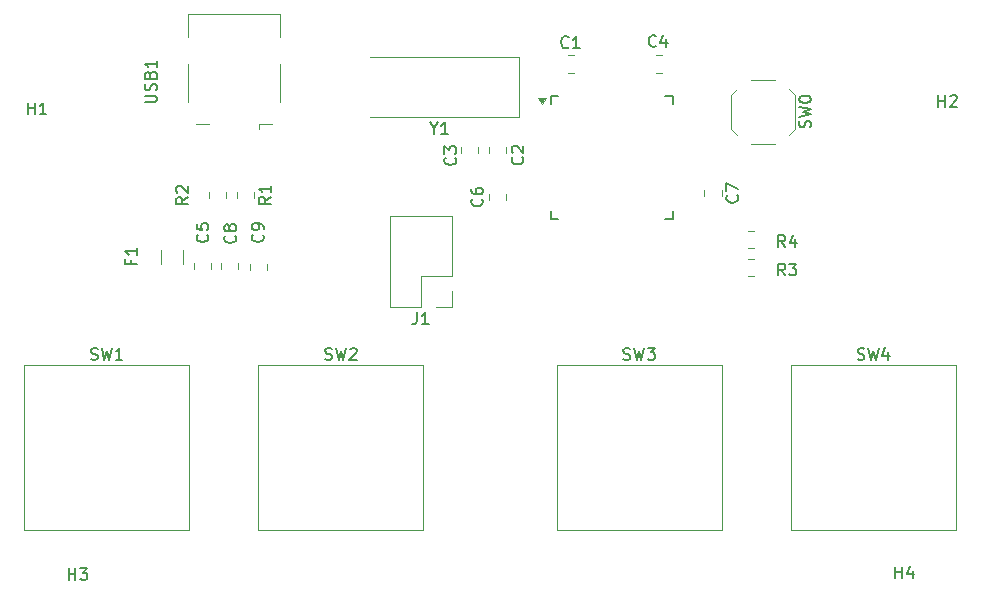
<source format=gbr>
%TF.GenerationSoftware,KiCad,Pcbnew,8.0.6*%
%TF.CreationDate,2025-02-27T22:11:00+05:30*%
%TF.ProjectId,muse-dash-pcb,6d757365-2d64-4617-9368-2d7063622e6b,rev?*%
%TF.SameCoordinates,Original*%
%TF.FileFunction,Legend,Top*%
%TF.FilePolarity,Positive*%
%FSLAX46Y46*%
G04 Gerber Fmt 4.6, Leading zero omitted, Abs format (unit mm)*
G04 Created by KiCad (PCBNEW 8.0.6) date 2025-02-27 22:11:00*
%MOMM*%
%LPD*%
G01*
G04 APERTURE LIST*
%ADD10C,0.150000*%
%ADD11C,0.120000*%
G04 APERTURE END LIST*
D10*
X220178333Y-74495819D02*
X219845000Y-74019628D01*
X219606905Y-74495819D02*
X219606905Y-73495819D01*
X219606905Y-73495819D02*
X219987857Y-73495819D01*
X219987857Y-73495819D02*
X220083095Y-73543438D01*
X220083095Y-73543438D02*
X220130714Y-73591057D01*
X220130714Y-73591057D02*
X220178333Y-73686295D01*
X220178333Y-73686295D02*
X220178333Y-73829152D01*
X220178333Y-73829152D02*
X220130714Y-73924390D01*
X220130714Y-73924390D02*
X220083095Y-73972009D01*
X220083095Y-73972009D02*
X219987857Y-74019628D01*
X219987857Y-74019628D02*
X219606905Y-74019628D01*
X220511667Y-73495819D02*
X221130714Y-73495819D01*
X221130714Y-73495819D02*
X220797381Y-73876771D01*
X220797381Y-73876771D02*
X220940238Y-73876771D01*
X220940238Y-73876771D02*
X221035476Y-73924390D01*
X221035476Y-73924390D02*
X221083095Y-73972009D01*
X221083095Y-73972009D02*
X221130714Y-74067247D01*
X221130714Y-74067247D02*
X221130714Y-74305342D01*
X221130714Y-74305342D02*
X221083095Y-74400580D01*
X221083095Y-74400580D02*
X221035476Y-74448200D01*
X221035476Y-74448200D02*
X220940238Y-74495819D01*
X220940238Y-74495819D02*
X220654524Y-74495819D01*
X220654524Y-74495819D02*
X220559286Y-74448200D01*
X220559286Y-74448200D02*
X220511667Y-74400580D01*
X161385417Y-81591950D02*
X161528274Y-81639569D01*
X161528274Y-81639569D02*
X161766369Y-81639569D01*
X161766369Y-81639569D02*
X161861607Y-81591950D01*
X161861607Y-81591950D02*
X161909226Y-81544330D01*
X161909226Y-81544330D02*
X161956845Y-81449092D01*
X161956845Y-81449092D02*
X161956845Y-81353854D01*
X161956845Y-81353854D02*
X161909226Y-81258616D01*
X161909226Y-81258616D02*
X161861607Y-81210997D01*
X161861607Y-81210997D02*
X161766369Y-81163378D01*
X161766369Y-81163378D02*
X161575893Y-81115759D01*
X161575893Y-81115759D02*
X161480655Y-81068140D01*
X161480655Y-81068140D02*
X161433036Y-81020521D01*
X161433036Y-81020521D02*
X161385417Y-80925283D01*
X161385417Y-80925283D02*
X161385417Y-80830045D01*
X161385417Y-80830045D02*
X161433036Y-80734807D01*
X161433036Y-80734807D02*
X161480655Y-80687188D01*
X161480655Y-80687188D02*
X161575893Y-80639569D01*
X161575893Y-80639569D02*
X161813988Y-80639569D01*
X161813988Y-80639569D02*
X161956845Y-80687188D01*
X162290179Y-80639569D02*
X162528274Y-81639569D01*
X162528274Y-81639569D02*
X162718750Y-80925283D01*
X162718750Y-80925283D02*
X162909226Y-81639569D01*
X162909226Y-81639569D02*
X163147322Y-80639569D01*
X164052083Y-81639569D02*
X163480655Y-81639569D01*
X163766369Y-81639569D02*
X163766369Y-80639569D01*
X163766369Y-80639569D02*
X163671131Y-80782426D01*
X163671131Y-80782426D02*
X163575893Y-80877664D01*
X163575893Y-80877664D02*
X163480655Y-80925283D01*
X194492080Y-68022916D02*
X194539700Y-68070535D01*
X194539700Y-68070535D02*
X194587319Y-68213392D01*
X194587319Y-68213392D02*
X194587319Y-68308630D01*
X194587319Y-68308630D02*
X194539700Y-68451487D01*
X194539700Y-68451487D02*
X194444461Y-68546725D01*
X194444461Y-68546725D02*
X194349223Y-68594344D01*
X194349223Y-68594344D02*
X194158747Y-68641963D01*
X194158747Y-68641963D02*
X194015890Y-68641963D01*
X194015890Y-68641963D02*
X193825414Y-68594344D01*
X193825414Y-68594344D02*
X193730176Y-68546725D01*
X193730176Y-68546725D02*
X193634938Y-68451487D01*
X193634938Y-68451487D02*
X193587319Y-68308630D01*
X193587319Y-68308630D02*
X193587319Y-68213392D01*
X193587319Y-68213392D02*
X193634938Y-68070535D01*
X193634938Y-68070535D02*
X193682557Y-68022916D01*
X193587319Y-67165773D02*
X193587319Y-67356249D01*
X193587319Y-67356249D02*
X193634938Y-67451487D01*
X193634938Y-67451487D02*
X193682557Y-67499106D01*
X193682557Y-67499106D02*
X193825414Y-67594344D01*
X193825414Y-67594344D02*
X194015890Y-67641963D01*
X194015890Y-67641963D02*
X194396842Y-67641963D01*
X194396842Y-67641963D02*
X194492080Y-67594344D01*
X194492080Y-67594344D02*
X194539700Y-67546725D01*
X194539700Y-67546725D02*
X194587319Y-67451487D01*
X194587319Y-67451487D02*
X194587319Y-67261011D01*
X194587319Y-67261011D02*
X194539700Y-67165773D01*
X194539700Y-67165773D02*
X194492080Y-67118154D01*
X194492080Y-67118154D02*
X194396842Y-67070535D01*
X194396842Y-67070535D02*
X194158747Y-67070535D01*
X194158747Y-67070535D02*
X194063509Y-67118154D01*
X194063509Y-67118154D02*
X194015890Y-67165773D01*
X194015890Y-67165773D02*
X193968271Y-67261011D01*
X193968271Y-67261011D02*
X193968271Y-67451487D01*
X193968271Y-67451487D02*
X194015890Y-67546725D01*
X194015890Y-67546725D02*
X194063509Y-67594344D01*
X194063509Y-67594344D02*
X194158747Y-67641963D01*
X192231180Y-64530266D02*
X192278800Y-64577885D01*
X192278800Y-64577885D02*
X192326419Y-64720742D01*
X192326419Y-64720742D02*
X192326419Y-64815980D01*
X192326419Y-64815980D02*
X192278800Y-64958837D01*
X192278800Y-64958837D02*
X192183561Y-65054075D01*
X192183561Y-65054075D02*
X192088323Y-65101694D01*
X192088323Y-65101694D02*
X191897847Y-65149313D01*
X191897847Y-65149313D02*
X191754990Y-65149313D01*
X191754990Y-65149313D02*
X191564514Y-65101694D01*
X191564514Y-65101694D02*
X191469276Y-65054075D01*
X191469276Y-65054075D02*
X191374038Y-64958837D01*
X191374038Y-64958837D02*
X191326419Y-64815980D01*
X191326419Y-64815980D02*
X191326419Y-64720742D01*
X191326419Y-64720742D02*
X191374038Y-64577885D01*
X191374038Y-64577885D02*
X191421657Y-64530266D01*
X191326419Y-64196932D02*
X191326419Y-63577885D01*
X191326419Y-63577885D02*
X191707371Y-63911218D01*
X191707371Y-63911218D02*
X191707371Y-63768361D01*
X191707371Y-63768361D02*
X191754990Y-63673123D01*
X191754990Y-63673123D02*
X191802609Y-63625504D01*
X191802609Y-63625504D02*
X191897847Y-63577885D01*
X191897847Y-63577885D02*
X192135942Y-63577885D01*
X192135942Y-63577885D02*
X192231180Y-63625504D01*
X192231180Y-63625504D02*
X192278800Y-63673123D01*
X192278800Y-63673123D02*
X192326419Y-63768361D01*
X192326419Y-63768361D02*
X192326419Y-64054075D01*
X192326419Y-64054075D02*
X192278800Y-64149313D01*
X192278800Y-64149313D02*
X192231180Y-64196932D01*
X175924380Y-71032666D02*
X175972000Y-71080285D01*
X175972000Y-71080285D02*
X176019619Y-71223142D01*
X176019619Y-71223142D02*
X176019619Y-71318380D01*
X176019619Y-71318380D02*
X175972000Y-71461237D01*
X175972000Y-71461237D02*
X175876761Y-71556475D01*
X175876761Y-71556475D02*
X175781523Y-71604094D01*
X175781523Y-71604094D02*
X175591047Y-71651713D01*
X175591047Y-71651713D02*
X175448190Y-71651713D01*
X175448190Y-71651713D02*
X175257714Y-71604094D01*
X175257714Y-71604094D02*
X175162476Y-71556475D01*
X175162476Y-71556475D02*
X175067238Y-71461237D01*
X175067238Y-71461237D02*
X175019619Y-71318380D01*
X175019619Y-71318380D02*
X175019619Y-71223142D01*
X175019619Y-71223142D02*
X175067238Y-71080285D01*
X175067238Y-71080285D02*
X175114857Y-71032666D01*
X176019619Y-70556475D02*
X176019619Y-70365999D01*
X176019619Y-70365999D02*
X175972000Y-70270761D01*
X175972000Y-70270761D02*
X175924380Y-70223142D01*
X175924380Y-70223142D02*
X175781523Y-70127904D01*
X175781523Y-70127904D02*
X175591047Y-70080285D01*
X175591047Y-70080285D02*
X175210095Y-70080285D01*
X175210095Y-70080285D02*
X175114857Y-70127904D01*
X175114857Y-70127904D02*
X175067238Y-70175523D01*
X175067238Y-70175523D02*
X175019619Y-70270761D01*
X175019619Y-70270761D02*
X175019619Y-70461237D01*
X175019619Y-70461237D02*
X175067238Y-70556475D01*
X175067238Y-70556475D02*
X175114857Y-70604094D01*
X175114857Y-70604094D02*
X175210095Y-70651713D01*
X175210095Y-70651713D02*
X175448190Y-70651713D01*
X175448190Y-70651713D02*
X175543428Y-70604094D01*
X175543428Y-70604094D02*
X175591047Y-70556475D01*
X175591047Y-70556475D02*
X175638666Y-70461237D01*
X175638666Y-70461237D02*
X175638666Y-70270761D01*
X175638666Y-70270761D02*
X175591047Y-70175523D01*
X175591047Y-70175523D02*
X175543428Y-70127904D01*
X175543428Y-70127904D02*
X175448190Y-70080285D01*
X197920780Y-64479466D02*
X197968400Y-64527085D01*
X197968400Y-64527085D02*
X198016019Y-64669942D01*
X198016019Y-64669942D02*
X198016019Y-64765180D01*
X198016019Y-64765180D02*
X197968400Y-64908037D01*
X197968400Y-64908037D02*
X197873161Y-65003275D01*
X197873161Y-65003275D02*
X197777923Y-65050894D01*
X197777923Y-65050894D02*
X197587447Y-65098513D01*
X197587447Y-65098513D02*
X197444590Y-65098513D01*
X197444590Y-65098513D02*
X197254114Y-65050894D01*
X197254114Y-65050894D02*
X197158876Y-65003275D01*
X197158876Y-65003275D02*
X197063638Y-64908037D01*
X197063638Y-64908037D02*
X197016019Y-64765180D01*
X197016019Y-64765180D02*
X197016019Y-64669942D01*
X197016019Y-64669942D02*
X197063638Y-64527085D01*
X197063638Y-64527085D02*
X197111257Y-64479466D01*
X197111257Y-64098513D02*
X197063638Y-64050894D01*
X197063638Y-64050894D02*
X197016019Y-63955656D01*
X197016019Y-63955656D02*
X197016019Y-63717561D01*
X197016019Y-63717561D02*
X197063638Y-63622323D01*
X197063638Y-63622323D02*
X197111257Y-63574704D01*
X197111257Y-63574704D02*
X197206495Y-63527085D01*
X197206495Y-63527085D02*
X197301733Y-63527085D01*
X197301733Y-63527085D02*
X197444590Y-63574704D01*
X197444590Y-63574704D02*
X198016019Y-64146132D01*
X198016019Y-64146132D02*
X198016019Y-63527085D01*
X156049095Y-60864819D02*
X156049095Y-59864819D01*
X156049095Y-60341009D02*
X156620523Y-60341009D01*
X156620523Y-60864819D02*
X156620523Y-59864819D01*
X157620523Y-60864819D02*
X157049095Y-60864819D01*
X157334809Y-60864819D02*
X157334809Y-59864819D01*
X157334809Y-59864819D02*
X157239571Y-60007676D01*
X157239571Y-60007676D02*
X157144333Y-60102914D01*
X157144333Y-60102914D02*
X157049095Y-60150533D01*
X169618819Y-67857666D02*
X169142628Y-68190999D01*
X169618819Y-68429094D02*
X168618819Y-68429094D01*
X168618819Y-68429094D02*
X168618819Y-68048142D01*
X168618819Y-68048142D02*
X168666438Y-67952904D01*
X168666438Y-67952904D02*
X168714057Y-67905285D01*
X168714057Y-67905285D02*
X168809295Y-67857666D01*
X168809295Y-67857666D02*
X168952152Y-67857666D01*
X168952152Y-67857666D02*
X169047390Y-67905285D01*
X169047390Y-67905285D02*
X169095009Y-67952904D01*
X169095009Y-67952904D02*
X169142628Y-68048142D01*
X169142628Y-68048142D02*
X169142628Y-68429094D01*
X168714057Y-67476713D02*
X168666438Y-67429094D01*
X168666438Y-67429094D02*
X168618819Y-67333856D01*
X168618819Y-67333856D02*
X168618819Y-67095761D01*
X168618819Y-67095761D02*
X168666438Y-67000523D01*
X168666438Y-67000523D02*
X168714057Y-66952904D01*
X168714057Y-66952904D02*
X168809295Y-66905285D01*
X168809295Y-66905285D02*
X168904533Y-66905285D01*
X168904533Y-66905285D02*
X169047390Y-66952904D01*
X169047390Y-66952904D02*
X169618819Y-67524332D01*
X169618819Y-67524332D02*
X169618819Y-66905285D01*
X233138095Y-60229819D02*
X233138095Y-59229819D01*
X233138095Y-59706009D02*
X233709523Y-59706009D01*
X233709523Y-60229819D02*
X233709523Y-59229819D01*
X234138095Y-59325057D02*
X234185714Y-59277438D01*
X234185714Y-59277438D02*
X234280952Y-59229819D01*
X234280952Y-59229819D02*
X234519047Y-59229819D01*
X234519047Y-59229819D02*
X234614285Y-59277438D01*
X234614285Y-59277438D02*
X234661904Y-59325057D01*
X234661904Y-59325057D02*
X234709523Y-59420295D01*
X234709523Y-59420295D02*
X234709523Y-59515533D01*
X234709523Y-59515533D02*
X234661904Y-59658390D01*
X234661904Y-59658390D02*
X234090476Y-60229819D01*
X234090476Y-60229819D02*
X234709523Y-60229819D01*
X176602819Y-67841666D02*
X176126628Y-68174999D01*
X176602819Y-68413094D02*
X175602819Y-68413094D01*
X175602819Y-68413094D02*
X175602819Y-68032142D01*
X175602819Y-68032142D02*
X175650438Y-67936904D01*
X175650438Y-67936904D02*
X175698057Y-67889285D01*
X175698057Y-67889285D02*
X175793295Y-67841666D01*
X175793295Y-67841666D02*
X175936152Y-67841666D01*
X175936152Y-67841666D02*
X176031390Y-67889285D01*
X176031390Y-67889285D02*
X176079009Y-67936904D01*
X176079009Y-67936904D02*
X176126628Y-68032142D01*
X176126628Y-68032142D02*
X176126628Y-68413094D01*
X176602819Y-66889285D02*
X176602819Y-67460713D01*
X176602819Y-67174999D02*
X175602819Y-67174999D01*
X175602819Y-67174999D02*
X175745676Y-67270237D01*
X175745676Y-67270237D02*
X175840914Y-67365475D01*
X175840914Y-67365475D02*
X175888533Y-67460713D01*
X190430209Y-62050228D02*
X190430209Y-62526419D01*
X190096876Y-61526419D02*
X190430209Y-62050228D01*
X190430209Y-62050228D02*
X190763542Y-61526419D01*
X191620685Y-62526419D02*
X191049257Y-62526419D01*
X191334971Y-62526419D02*
X191334971Y-61526419D01*
X191334971Y-61526419D02*
X191239733Y-61669276D01*
X191239733Y-61669276D02*
X191144495Y-61764514D01*
X191144495Y-61764514D02*
X191049257Y-61812133D01*
X216108330Y-67710416D02*
X216155950Y-67758035D01*
X216155950Y-67758035D02*
X216203569Y-67900892D01*
X216203569Y-67900892D02*
X216203569Y-67996130D01*
X216203569Y-67996130D02*
X216155950Y-68138987D01*
X216155950Y-68138987D02*
X216060711Y-68234225D01*
X216060711Y-68234225D02*
X215965473Y-68281844D01*
X215965473Y-68281844D02*
X215774997Y-68329463D01*
X215774997Y-68329463D02*
X215632140Y-68329463D01*
X215632140Y-68329463D02*
X215441664Y-68281844D01*
X215441664Y-68281844D02*
X215346426Y-68234225D01*
X215346426Y-68234225D02*
X215251188Y-68138987D01*
X215251188Y-68138987D02*
X215203569Y-67996130D01*
X215203569Y-67996130D02*
X215203569Y-67900892D01*
X215203569Y-67900892D02*
X215251188Y-67758035D01*
X215251188Y-67758035D02*
X215298807Y-67710416D01*
X215203569Y-67377082D02*
X215203569Y-66710416D01*
X215203569Y-66710416D02*
X216203569Y-67138987D01*
X173587580Y-71134266D02*
X173635200Y-71181885D01*
X173635200Y-71181885D02*
X173682819Y-71324742D01*
X173682819Y-71324742D02*
X173682819Y-71419980D01*
X173682819Y-71419980D02*
X173635200Y-71562837D01*
X173635200Y-71562837D02*
X173539961Y-71658075D01*
X173539961Y-71658075D02*
X173444723Y-71705694D01*
X173444723Y-71705694D02*
X173254247Y-71753313D01*
X173254247Y-71753313D02*
X173111390Y-71753313D01*
X173111390Y-71753313D02*
X172920914Y-71705694D01*
X172920914Y-71705694D02*
X172825676Y-71658075D01*
X172825676Y-71658075D02*
X172730438Y-71562837D01*
X172730438Y-71562837D02*
X172682819Y-71419980D01*
X172682819Y-71419980D02*
X172682819Y-71324742D01*
X172682819Y-71324742D02*
X172730438Y-71181885D01*
X172730438Y-71181885D02*
X172778057Y-71134266D01*
X173111390Y-70562837D02*
X173063771Y-70658075D01*
X173063771Y-70658075D02*
X173016152Y-70705694D01*
X173016152Y-70705694D02*
X172920914Y-70753313D01*
X172920914Y-70753313D02*
X172873295Y-70753313D01*
X172873295Y-70753313D02*
X172778057Y-70705694D01*
X172778057Y-70705694D02*
X172730438Y-70658075D01*
X172730438Y-70658075D02*
X172682819Y-70562837D01*
X172682819Y-70562837D02*
X172682819Y-70372361D01*
X172682819Y-70372361D02*
X172730438Y-70277123D01*
X172730438Y-70277123D02*
X172778057Y-70229504D01*
X172778057Y-70229504D02*
X172873295Y-70181885D01*
X172873295Y-70181885D02*
X172920914Y-70181885D01*
X172920914Y-70181885D02*
X173016152Y-70229504D01*
X173016152Y-70229504D02*
X173063771Y-70277123D01*
X173063771Y-70277123D02*
X173111390Y-70372361D01*
X173111390Y-70372361D02*
X173111390Y-70562837D01*
X173111390Y-70562837D02*
X173159009Y-70658075D01*
X173159009Y-70658075D02*
X173206628Y-70705694D01*
X173206628Y-70705694D02*
X173301866Y-70753313D01*
X173301866Y-70753313D02*
X173492342Y-70753313D01*
X173492342Y-70753313D02*
X173587580Y-70705694D01*
X173587580Y-70705694D02*
X173635200Y-70658075D01*
X173635200Y-70658075D02*
X173682819Y-70562837D01*
X173682819Y-70562837D02*
X173682819Y-70372361D01*
X173682819Y-70372361D02*
X173635200Y-70277123D01*
X173635200Y-70277123D02*
X173587580Y-70229504D01*
X173587580Y-70229504D02*
X173492342Y-70181885D01*
X173492342Y-70181885D02*
X173301866Y-70181885D01*
X173301866Y-70181885D02*
X173206628Y-70229504D01*
X173206628Y-70229504D02*
X173159009Y-70277123D01*
X173159009Y-70277123D02*
X173111390Y-70372361D01*
X159512095Y-100276819D02*
X159512095Y-99276819D01*
X159512095Y-99753009D02*
X160083523Y-99753009D01*
X160083523Y-100276819D02*
X160083523Y-99276819D01*
X160464476Y-99276819D02*
X161083523Y-99276819D01*
X161083523Y-99276819D02*
X160750190Y-99657771D01*
X160750190Y-99657771D02*
X160893047Y-99657771D01*
X160893047Y-99657771D02*
X160988285Y-99705390D01*
X160988285Y-99705390D02*
X161035904Y-99753009D01*
X161035904Y-99753009D02*
X161083523Y-99848247D01*
X161083523Y-99848247D02*
X161083523Y-100086342D01*
X161083523Y-100086342D02*
X161035904Y-100181580D01*
X161035904Y-100181580D02*
X160988285Y-100229200D01*
X160988285Y-100229200D02*
X160893047Y-100276819D01*
X160893047Y-100276819D02*
X160607333Y-100276819D01*
X160607333Y-100276819D02*
X160512095Y-100229200D01*
X160512095Y-100229200D02*
X160464476Y-100181580D01*
X201833333Y-55159580D02*
X201785714Y-55207200D01*
X201785714Y-55207200D02*
X201642857Y-55254819D01*
X201642857Y-55254819D02*
X201547619Y-55254819D01*
X201547619Y-55254819D02*
X201404762Y-55207200D01*
X201404762Y-55207200D02*
X201309524Y-55111961D01*
X201309524Y-55111961D02*
X201261905Y-55016723D01*
X201261905Y-55016723D02*
X201214286Y-54826247D01*
X201214286Y-54826247D02*
X201214286Y-54683390D01*
X201214286Y-54683390D02*
X201261905Y-54492914D01*
X201261905Y-54492914D02*
X201309524Y-54397676D01*
X201309524Y-54397676D02*
X201404762Y-54302438D01*
X201404762Y-54302438D02*
X201547619Y-54254819D01*
X201547619Y-54254819D02*
X201642857Y-54254819D01*
X201642857Y-54254819D02*
X201785714Y-54302438D01*
X201785714Y-54302438D02*
X201833333Y-54350057D01*
X202785714Y-55254819D02*
X202214286Y-55254819D01*
X202500000Y-55254819D02*
X202500000Y-54254819D01*
X202500000Y-54254819D02*
X202404762Y-54397676D01*
X202404762Y-54397676D02*
X202309524Y-54492914D01*
X202309524Y-54492914D02*
X202214286Y-54540533D01*
X188998266Y-77629219D02*
X188998266Y-78343504D01*
X188998266Y-78343504D02*
X188950647Y-78486361D01*
X188950647Y-78486361D02*
X188855409Y-78581600D01*
X188855409Y-78581600D02*
X188712552Y-78629219D01*
X188712552Y-78629219D02*
X188617314Y-78629219D01*
X189998266Y-78629219D02*
X189426838Y-78629219D01*
X189712552Y-78629219D02*
X189712552Y-77629219D01*
X189712552Y-77629219D02*
X189617314Y-77772076D01*
X189617314Y-77772076D02*
X189522076Y-77867314D01*
X189522076Y-77867314D02*
X189426838Y-77914933D01*
X206470417Y-81591950D02*
X206613274Y-81639569D01*
X206613274Y-81639569D02*
X206851369Y-81639569D01*
X206851369Y-81639569D02*
X206946607Y-81591950D01*
X206946607Y-81591950D02*
X206994226Y-81544330D01*
X206994226Y-81544330D02*
X207041845Y-81449092D01*
X207041845Y-81449092D02*
X207041845Y-81353854D01*
X207041845Y-81353854D02*
X206994226Y-81258616D01*
X206994226Y-81258616D02*
X206946607Y-81210997D01*
X206946607Y-81210997D02*
X206851369Y-81163378D01*
X206851369Y-81163378D02*
X206660893Y-81115759D01*
X206660893Y-81115759D02*
X206565655Y-81068140D01*
X206565655Y-81068140D02*
X206518036Y-81020521D01*
X206518036Y-81020521D02*
X206470417Y-80925283D01*
X206470417Y-80925283D02*
X206470417Y-80830045D01*
X206470417Y-80830045D02*
X206518036Y-80734807D01*
X206518036Y-80734807D02*
X206565655Y-80687188D01*
X206565655Y-80687188D02*
X206660893Y-80639569D01*
X206660893Y-80639569D02*
X206898988Y-80639569D01*
X206898988Y-80639569D02*
X207041845Y-80687188D01*
X207375179Y-80639569D02*
X207613274Y-81639569D01*
X207613274Y-81639569D02*
X207803750Y-80925283D01*
X207803750Y-80925283D02*
X207994226Y-81639569D01*
X207994226Y-81639569D02*
X208232322Y-80639569D01*
X208518036Y-80639569D02*
X209137083Y-80639569D01*
X209137083Y-80639569D02*
X208803750Y-81020521D01*
X208803750Y-81020521D02*
X208946607Y-81020521D01*
X208946607Y-81020521D02*
X209041845Y-81068140D01*
X209041845Y-81068140D02*
X209089464Y-81115759D01*
X209089464Y-81115759D02*
X209137083Y-81210997D01*
X209137083Y-81210997D02*
X209137083Y-81449092D01*
X209137083Y-81449092D02*
X209089464Y-81544330D01*
X209089464Y-81544330D02*
X209041845Y-81591950D01*
X209041845Y-81591950D02*
X208946607Y-81639569D01*
X208946607Y-81639569D02*
X208660893Y-81639569D01*
X208660893Y-81639569D02*
X208565655Y-81591950D01*
X208565655Y-81591950D02*
X208518036Y-81544330D01*
X226314167Y-81591950D02*
X226457024Y-81639569D01*
X226457024Y-81639569D02*
X226695119Y-81639569D01*
X226695119Y-81639569D02*
X226790357Y-81591950D01*
X226790357Y-81591950D02*
X226837976Y-81544330D01*
X226837976Y-81544330D02*
X226885595Y-81449092D01*
X226885595Y-81449092D02*
X226885595Y-81353854D01*
X226885595Y-81353854D02*
X226837976Y-81258616D01*
X226837976Y-81258616D02*
X226790357Y-81210997D01*
X226790357Y-81210997D02*
X226695119Y-81163378D01*
X226695119Y-81163378D02*
X226504643Y-81115759D01*
X226504643Y-81115759D02*
X226409405Y-81068140D01*
X226409405Y-81068140D02*
X226361786Y-81020521D01*
X226361786Y-81020521D02*
X226314167Y-80925283D01*
X226314167Y-80925283D02*
X226314167Y-80830045D01*
X226314167Y-80830045D02*
X226361786Y-80734807D01*
X226361786Y-80734807D02*
X226409405Y-80687188D01*
X226409405Y-80687188D02*
X226504643Y-80639569D01*
X226504643Y-80639569D02*
X226742738Y-80639569D01*
X226742738Y-80639569D02*
X226885595Y-80687188D01*
X227218929Y-80639569D02*
X227457024Y-81639569D01*
X227457024Y-81639569D02*
X227647500Y-80925283D01*
X227647500Y-80925283D02*
X227837976Y-81639569D01*
X227837976Y-81639569D02*
X228076072Y-80639569D01*
X228885595Y-80972902D02*
X228885595Y-81639569D01*
X228647500Y-80591950D02*
X228409405Y-81306235D01*
X228409405Y-81306235D02*
X229028452Y-81306235D01*
X222307200Y-61964582D02*
X222354819Y-61821725D01*
X222354819Y-61821725D02*
X222354819Y-61583630D01*
X222354819Y-61583630D02*
X222307200Y-61488392D01*
X222307200Y-61488392D02*
X222259580Y-61440773D01*
X222259580Y-61440773D02*
X222164342Y-61393154D01*
X222164342Y-61393154D02*
X222069104Y-61393154D01*
X222069104Y-61393154D02*
X221973866Y-61440773D01*
X221973866Y-61440773D02*
X221926247Y-61488392D01*
X221926247Y-61488392D02*
X221878628Y-61583630D01*
X221878628Y-61583630D02*
X221831009Y-61774106D01*
X221831009Y-61774106D02*
X221783390Y-61869344D01*
X221783390Y-61869344D02*
X221735771Y-61916963D01*
X221735771Y-61916963D02*
X221640533Y-61964582D01*
X221640533Y-61964582D02*
X221545295Y-61964582D01*
X221545295Y-61964582D02*
X221450057Y-61916963D01*
X221450057Y-61916963D02*
X221402438Y-61869344D01*
X221402438Y-61869344D02*
X221354819Y-61774106D01*
X221354819Y-61774106D02*
X221354819Y-61536011D01*
X221354819Y-61536011D02*
X221402438Y-61393154D01*
X221354819Y-61059820D02*
X222354819Y-60821725D01*
X222354819Y-60821725D02*
X221640533Y-60631249D01*
X221640533Y-60631249D02*
X222354819Y-60440773D01*
X222354819Y-60440773D02*
X221354819Y-60202678D01*
X221354819Y-59631249D02*
X221354819Y-59536011D01*
X221354819Y-59536011D02*
X221402438Y-59440773D01*
X221402438Y-59440773D02*
X221450057Y-59393154D01*
X221450057Y-59393154D02*
X221545295Y-59345535D01*
X221545295Y-59345535D02*
X221735771Y-59297916D01*
X221735771Y-59297916D02*
X221973866Y-59297916D01*
X221973866Y-59297916D02*
X222164342Y-59345535D01*
X222164342Y-59345535D02*
X222259580Y-59393154D01*
X222259580Y-59393154D02*
X222307200Y-59440773D01*
X222307200Y-59440773D02*
X222354819Y-59536011D01*
X222354819Y-59536011D02*
X222354819Y-59631249D01*
X222354819Y-59631249D02*
X222307200Y-59726487D01*
X222307200Y-59726487D02*
X222259580Y-59774106D01*
X222259580Y-59774106D02*
X222164342Y-59821725D01*
X222164342Y-59821725D02*
X221973866Y-59869344D01*
X221973866Y-59869344D02*
X221735771Y-59869344D01*
X221735771Y-59869344D02*
X221545295Y-59821725D01*
X221545295Y-59821725D02*
X221450057Y-59774106D01*
X221450057Y-59774106D02*
X221402438Y-59726487D01*
X221402438Y-59726487D02*
X221354819Y-59631249D01*
X229489095Y-100149819D02*
X229489095Y-99149819D01*
X229489095Y-99626009D02*
X230060523Y-99626009D01*
X230060523Y-100149819D02*
X230060523Y-99149819D01*
X230965285Y-99483152D02*
X230965285Y-100149819D01*
X230727190Y-99102200D02*
X230489095Y-99816485D01*
X230489095Y-99816485D02*
X231108142Y-99816485D01*
X164777009Y-73231333D02*
X164777009Y-73564666D01*
X165300819Y-73564666D02*
X164300819Y-73564666D01*
X164300819Y-73564666D02*
X164300819Y-73088476D01*
X165300819Y-72183714D02*
X165300819Y-72755142D01*
X165300819Y-72469428D02*
X164300819Y-72469428D01*
X164300819Y-72469428D02*
X164443676Y-72564666D01*
X164443676Y-72564666D02*
X164538914Y-72659904D01*
X164538914Y-72659904D02*
X164586533Y-72755142D01*
X171250780Y-71032666D02*
X171298400Y-71080285D01*
X171298400Y-71080285D02*
X171346019Y-71223142D01*
X171346019Y-71223142D02*
X171346019Y-71318380D01*
X171346019Y-71318380D02*
X171298400Y-71461237D01*
X171298400Y-71461237D02*
X171203161Y-71556475D01*
X171203161Y-71556475D02*
X171107923Y-71604094D01*
X171107923Y-71604094D02*
X170917447Y-71651713D01*
X170917447Y-71651713D02*
X170774590Y-71651713D01*
X170774590Y-71651713D02*
X170584114Y-71604094D01*
X170584114Y-71604094D02*
X170488876Y-71556475D01*
X170488876Y-71556475D02*
X170393638Y-71461237D01*
X170393638Y-71461237D02*
X170346019Y-71318380D01*
X170346019Y-71318380D02*
X170346019Y-71223142D01*
X170346019Y-71223142D02*
X170393638Y-71080285D01*
X170393638Y-71080285D02*
X170441257Y-71032666D01*
X170346019Y-70127904D02*
X170346019Y-70604094D01*
X170346019Y-70604094D02*
X170822209Y-70651713D01*
X170822209Y-70651713D02*
X170774590Y-70604094D01*
X170774590Y-70604094D02*
X170726971Y-70508856D01*
X170726971Y-70508856D02*
X170726971Y-70270761D01*
X170726971Y-70270761D02*
X170774590Y-70175523D01*
X170774590Y-70175523D02*
X170822209Y-70127904D01*
X170822209Y-70127904D02*
X170917447Y-70080285D01*
X170917447Y-70080285D02*
X171155542Y-70080285D01*
X171155542Y-70080285D02*
X171250780Y-70127904D01*
X171250780Y-70127904D02*
X171298400Y-70175523D01*
X171298400Y-70175523D02*
X171346019Y-70270761D01*
X171346019Y-70270761D02*
X171346019Y-70508856D01*
X171346019Y-70508856D02*
X171298400Y-70604094D01*
X171298400Y-70604094D02*
X171250780Y-70651713D01*
X181229167Y-81591950D02*
X181372024Y-81639569D01*
X181372024Y-81639569D02*
X181610119Y-81639569D01*
X181610119Y-81639569D02*
X181705357Y-81591950D01*
X181705357Y-81591950D02*
X181752976Y-81544330D01*
X181752976Y-81544330D02*
X181800595Y-81449092D01*
X181800595Y-81449092D02*
X181800595Y-81353854D01*
X181800595Y-81353854D02*
X181752976Y-81258616D01*
X181752976Y-81258616D02*
X181705357Y-81210997D01*
X181705357Y-81210997D02*
X181610119Y-81163378D01*
X181610119Y-81163378D02*
X181419643Y-81115759D01*
X181419643Y-81115759D02*
X181324405Y-81068140D01*
X181324405Y-81068140D02*
X181276786Y-81020521D01*
X181276786Y-81020521D02*
X181229167Y-80925283D01*
X181229167Y-80925283D02*
X181229167Y-80830045D01*
X181229167Y-80830045D02*
X181276786Y-80734807D01*
X181276786Y-80734807D02*
X181324405Y-80687188D01*
X181324405Y-80687188D02*
X181419643Y-80639569D01*
X181419643Y-80639569D02*
X181657738Y-80639569D01*
X181657738Y-80639569D02*
X181800595Y-80687188D01*
X182133929Y-80639569D02*
X182372024Y-81639569D01*
X182372024Y-81639569D02*
X182562500Y-80925283D01*
X182562500Y-80925283D02*
X182752976Y-81639569D01*
X182752976Y-81639569D02*
X182991072Y-80639569D01*
X183324405Y-80734807D02*
X183372024Y-80687188D01*
X183372024Y-80687188D02*
X183467262Y-80639569D01*
X183467262Y-80639569D02*
X183705357Y-80639569D01*
X183705357Y-80639569D02*
X183800595Y-80687188D01*
X183800595Y-80687188D02*
X183848214Y-80734807D01*
X183848214Y-80734807D02*
X183895833Y-80830045D01*
X183895833Y-80830045D02*
X183895833Y-80925283D01*
X183895833Y-80925283D02*
X183848214Y-81068140D01*
X183848214Y-81068140D02*
X183276786Y-81639569D01*
X183276786Y-81639569D02*
X183895833Y-81639569D01*
X209233333Y-55059580D02*
X209185714Y-55107200D01*
X209185714Y-55107200D02*
X209042857Y-55154819D01*
X209042857Y-55154819D02*
X208947619Y-55154819D01*
X208947619Y-55154819D02*
X208804762Y-55107200D01*
X208804762Y-55107200D02*
X208709524Y-55011961D01*
X208709524Y-55011961D02*
X208661905Y-54916723D01*
X208661905Y-54916723D02*
X208614286Y-54726247D01*
X208614286Y-54726247D02*
X208614286Y-54583390D01*
X208614286Y-54583390D02*
X208661905Y-54392914D01*
X208661905Y-54392914D02*
X208709524Y-54297676D01*
X208709524Y-54297676D02*
X208804762Y-54202438D01*
X208804762Y-54202438D02*
X208947619Y-54154819D01*
X208947619Y-54154819D02*
X209042857Y-54154819D01*
X209042857Y-54154819D02*
X209185714Y-54202438D01*
X209185714Y-54202438D02*
X209233333Y-54250057D01*
X210090476Y-54488152D02*
X210090476Y-55154819D01*
X209852381Y-54107200D02*
X209614286Y-54821485D01*
X209614286Y-54821485D02*
X210233333Y-54821485D01*
X165954819Y-59838094D02*
X166764342Y-59838094D01*
X166764342Y-59838094D02*
X166859580Y-59790475D01*
X166859580Y-59790475D02*
X166907200Y-59742856D01*
X166907200Y-59742856D02*
X166954819Y-59647618D01*
X166954819Y-59647618D02*
X166954819Y-59457142D01*
X166954819Y-59457142D02*
X166907200Y-59361904D01*
X166907200Y-59361904D02*
X166859580Y-59314285D01*
X166859580Y-59314285D02*
X166764342Y-59266666D01*
X166764342Y-59266666D02*
X165954819Y-59266666D01*
X166907200Y-58838094D02*
X166954819Y-58695237D01*
X166954819Y-58695237D02*
X166954819Y-58457142D01*
X166954819Y-58457142D02*
X166907200Y-58361904D01*
X166907200Y-58361904D02*
X166859580Y-58314285D01*
X166859580Y-58314285D02*
X166764342Y-58266666D01*
X166764342Y-58266666D02*
X166669104Y-58266666D01*
X166669104Y-58266666D02*
X166573866Y-58314285D01*
X166573866Y-58314285D02*
X166526247Y-58361904D01*
X166526247Y-58361904D02*
X166478628Y-58457142D01*
X166478628Y-58457142D02*
X166431009Y-58647618D01*
X166431009Y-58647618D02*
X166383390Y-58742856D01*
X166383390Y-58742856D02*
X166335771Y-58790475D01*
X166335771Y-58790475D02*
X166240533Y-58838094D01*
X166240533Y-58838094D02*
X166145295Y-58838094D01*
X166145295Y-58838094D02*
X166050057Y-58790475D01*
X166050057Y-58790475D02*
X166002438Y-58742856D01*
X166002438Y-58742856D02*
X165954819Y-58647618D01*
X165954819Y-58647618D02*
X165954819Y-58409523D01*
X165954819Y-58409523D02*
X166002438Y-58266666D01*
X166431009Y-57504761D02*
X166478628Y-57361904D01*
X166478628Y-57361904D02*
X166526247Y-57314285D01*
X166526247Y-57314285D02*
X166621485Y-57266666D01*
X166621485Y-57266666D02*
X166764342Y-57266666D01*
X166764342Y-57266666D02*
X166859580Y-57314285D01*
X166859580Y-57314285D02*
X166907200Y-57361904D01*
X166907200Y-57361904D02*
X166954819Y-57457142D01*
X166954819Y-57457142D02*
X166954819Y-57838094D01*
X166954819Y-57838094D02*
X165954819Y-57838094D01*
X165954819Y-57838094D02*
X165954819Y-57504761D01*
X165954819Y-57504761D02*
X166002438Y-57409523D01*
X166002438Y-57409523D02*
X166050057Y-57361904D01*
X166050057Y-57361904D02*
X166145295Y-57314285D01*
X166145295Y-57314285D02*
X166240533Y-57314285D01*
X166240533Y-57314285D02*
X166335771Y-57361904D01*
X166335771Y-57361904D02*
X166383390Y-57409523D01*
X166383390Y-57409523D02*
X166431009Y-57504761D01*
X166431009Y-57504761D02*
X166431009Y-57838094D01*
X166954819Y-56314285D02*
X166954819Y-56885713D01*
X166954819Y-56599999D02*
X165954819Y-56599999D01*
X165954819Y-56599999D02*
X166097676Y-56695237D01*
X166097676Y-56695237D02*
X166192914Y-56790475D01*
X166192914Y-56790475D02*
X166240533Y-56885713D01*
X220178333Y-72082819D02*
X219845000Y-71606628D01*
X219606905Y-72082819D02*
X219606905Y-71082819D01*
X219606905Y-71082819D02*
X219987857Y-71082819D01*
X219987857Y-71082819D02*
X220083095Y-71130438D01*
X220083095Y-71130438D02*
X220130714Y-71178057D01*
X220130714Y-71178057D02*
X220178333Y-71273295D01*
X220178333Y-71273295D02*
X220178333Y-71416152D01*
X220178333Y-71416152D02*
X220130714Y-71511390D01*
X220130714Y-71511390D02*
X220083095Y-71559009D01*
X220083095Y-71559009D02*
X219987857Y-71606628D01*
X219987857Y-71606628D02*
X219606905Y-71606628D01*
X221035476Y-71416152D02*
X221035476Y-72082819D01*
X220797381Y-71035200D02*
X220559286Y-71749485D01*
X220559286Y-71749485D02*
X221178333Y-71749485D01*
D11*
%TO.C,R3*%
X217054186Y-73083750D02*
X217508314Y-73083750D01*
X217054186Y-74553750D02*
X217508314Y-74553750D01*
%TO.C,SW1*%
X155733750Y-82073750D02*
X169703750Y-82073750D01*
X155733750Y-96043750D02*
X155733750Y-82073750D01*
X169703750Y-82073750D02*
X169703750Y-96043750D01*
X169703750Y-96043750D02*
X155733750Y-96043750D01*
%TO.C,C6*%
X195077500Y-68117502D02*
X195077500Y-67594998D01*
X196547500Y-68117502D02*
X196547500Y-67594998D01*
%TO.C,C3*%
X192711400Y-63645148D02*
X192711400Y-64167652D01*
X194181400Y-63645148D02*
X194181400Y-64167652D01*
%TO.C,C9*%
X174829800Y-74022852D02*
X174829800Y-73500348D01*
X176299800Y-74022852D02*
X176299800Y-73500348D01*
%TO.C,C2*%
X195077500Y-64148752D02*
X195077500Y-63626248D01*
X196547500Y-64148752D02*
X196547500Y-63626248D01*
%TO.C,R2*%
X171350000Y-67447936D02*
X171350000Y-67902064D01*
X172820000Y-67447936D02*
X172820000Y-67902064D01*
%TO.C,R1*%
X173763000Y-67447936D02*
X173763000Y-67902064D01*
X175233000Y-67447936D02*
X175233000Y-67902064D01*
%TO.C,Y1*%
X185006400Y-61071600D02*
X197606400Y-61071600D01*
X197606400Y-55971600D02*
X185006400Y-55971600D01*
X197606400Y-61071600D02*
X197606400Y-55971600D01*
%TO.C,C7*%
X213333750Y-67282498D02*
X213333750Y-67805002D01*
X214803750Y-67282498D02*
X214803750Y-67805002D01*
%TO.C,C8*%
X172391400Y-73464748D02*
X172391400Y-73987252D01*
X173861400Y-73464748D02*
X173861400Y-73987252D01*
%TO.C,C1*%
X201744998Y-55852500D02*
X202267502Y-55852500D01*
X201744998Y-57322500D02*
X202267502Y-57322500D01*
%TO.C,J1*%
X186731600Y-77174400D02*
X186731600Y-69434400D01*
X189331600Y-74574400D02*
X189331600Y-77174400D01*
X189331600Y-77174400D02*
X186731600Y-77174400D01*
X191931600Y-69434400D02*
X186731600Y-69434400D01*
X191931600Y-74574400D02*
X189331600Y-74574400D01*
X191931600Y-74574400D02*
X191931600Y-69434400D01*
X191931600Y-75844400D02*
X191931600Y-77174400D01*
X191931600Y-77174400D02*
X190601600Y-77174400D01*
%TO.C,SW3*%
X200818750Y-82073750D02*
X214788750Y-82073750D01*
X200818750Y-96043750D02*
X200818750Y-82073750D01*
X214788750Y-82073750D02*
X214788750Y-96043750D01*
X214788750Y-96043750D02*
X200818750Y-96043750D01*
%TO.C,SW4*%
X220662500Y-82073750D02*
X234632500Y-82073750D01*
X220662500Y-96043750D02*
X220662500Y-82073750D01*
X234632500Y-82073750D02*
X234632500Y-96043750D01*
X234632500Y-96043750D02*
X220662500Y-96043750D01*
%TO.C,SW0*%
X215580000Y-59181250D02*
X215580000Y-62081250D01*
X215580000Y-59181250D02*
X216070000Y-58691250D01*
X215580000Y-62081250D02*
X216070000Y-62571250D01*
X217260000Y-57911250D02*
X219340000Y-57911250D01*
X217260000Y-63351250D02*
X219340000Y-63351250D01*
X221020000Y-59181250D02*
X220530000Y-58691250D01*
X221020000Y-59181250D02*
X221020000Y-62081250D01*
X221020000Y-62081250D02*
X220530000Y-62571250D01*
%TO.C,F1*%
X167365000Y-72332436D02*
X167365000Y-73536564D01*
X169185000Y-72332436D02*
X169185000Y-73536564D01*
%TO.C,C5*%
X170105400Y-73956852D02*
X170105400Y-73434348D01*
X171575400Y-73956852D02*
X171575400Y-73434348D01*
%TO.C,SW2*%
X175577500Y-82073750D02*
X189547500Y-82073750D01*
X175577500Y-96043750D02*
X175577500Y-82073750D01*
X189547500Y-82073750D02*
X189547500Y-96043750D01*
X189547500Y-96043750D02*
X175577500Y-96043750D01*
%TO.C,C4*%
X209723752Y-55852500D02*
X209201248Y-55852500D01*
X209723752Y-57322500D02*
X209201248Y-57322500D01*
%TO.C,USB1*%
X169590000Y-52390000D02*
X169590000Y-54340000D01*
X169590000Y-52390000D02*
X177410000Y-52390000D01*
X169590000Y-56560000D02*
X169590000Y-59790000D01*
X171390000Y-61710000D02*
X170310000Y-61710000D01*
X175610000Y-61710000D02*
X175610000Y-62140000D01*
X176690000Y-61710000D02*
X175610000Y-61710000D01*
X177410000Y-52390000D02*
X177410000Y-54340000D01*
X177410000Y-56560000D02*
X177410000Y-59790000D01*
D10*
%TO.C,U1*%
X200306250Y-59337500D02*
X200306250Y-59952500D01*
X200306250Y-59337500D02*
X200981250Y-59337500D01*
X200306250Y-69687500D02*
X200306250Y-69012500D01*
X200306250Y-69687500D02*
X200981250Y-69687500D01*
X210656250Y-59337500D02*
X209981250Y-59337500D01*
X210656250Y-59337500D02*
X210656250Y-60012500D01*
X210656250Y-69687500D02*
X209981250Y-69687500D01*
X210656250Y-69687500D02*
X210656250Y-69012500D01*
D11*
X199621250Y-59972500D02*
X199281250Y-59502500D01*
X199961250Y-59502500D01*
X199621250Y-59972500D01*
G36*
X199621250Y-59972500D02*
G01*
X199281250Y-59502500D01*
X199961250Y-59502500D01*
X199621250Y-59972500D01*
G37*
%TO.C,R4*%
X217508314Y-70702500D02*
X217054186Y-70702500D01*
X217508314Y-72172500D02*
X217054186Y-72172500D01*
%TD*%
M02*

</source>
